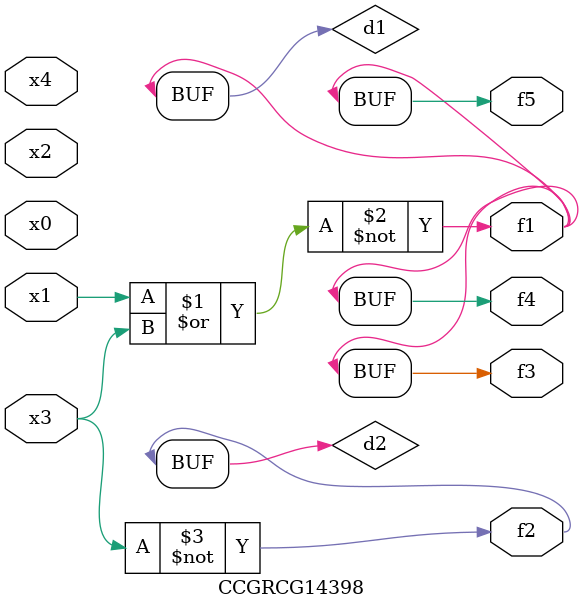
<source format=v>
module CCGRCG14398(
	input x0, x1, x2, x3, x4,
	output f1, f2, f3, f4, f5
);

	wire d1, d2;

	nor (d1, x1, x3);
	not (d2, x3);
	assign f1 = d1;
	assign f2 = d2;
	assign f3 = d1;
	assign f4 = d1;
	assign f5 = d1;
endmodule

</source>
